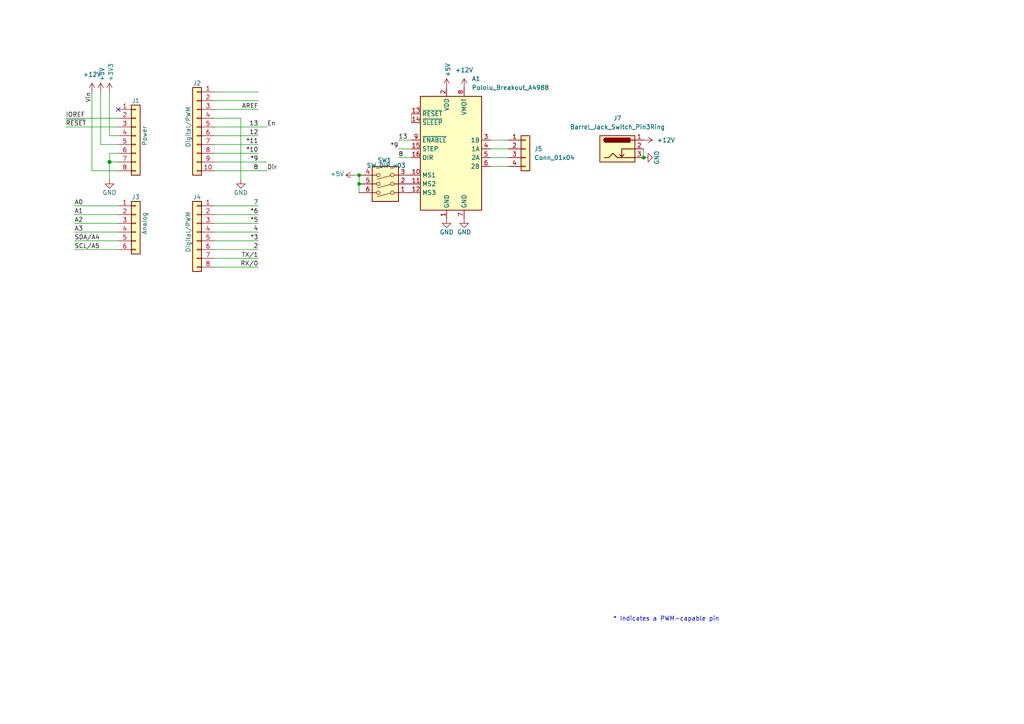
<source format=kicad_sch>
(kicad_sch (version 20231120) (generator "eeschema") (generator_version "8.0")
  (paper "A4")
  (title_block (date "mar. 31 mars 2015"))
  (lib_symbols
    (symbol "Connector:Barrel_Jack_Switch_Pin3Ring" (pin_names hide)
      (property "Reference" "J" (at 0 5.334 0))
      (property "Value" "Barrel_Jack_Switch_Pin3Ring" (at 0 -5.08 0))
      (symbol "Barrel_Jack_Switch_Pin3Ring_0_1"
        (rectangle (start -5.08 3.81) (end 5.08 -3.81) (stroke (width 0.254)) (fill (type background)))
        (arc (start -3.302 3.175) (mid -3.9343 2.54) (end -3.302 1.905) (stroke (width 0.254)))
        (arc (start -3.302 3.175) (mid -3.9343 2.54) (end -3.302 1.905) (stroke (width 0.254)) (fill (type outline)))
        (polyline (pts (xy 1.27 -2.286) (xy 1.905 -1.651)) (stroke (width 0.254)))
        (polyline (pts (xy 5.08 2.54) (xy 3.81 2.54)) (stroke (width 0.254)))
        (polyline (pts (xy 5.08 0) (xy 1.27 0) (xy 1.27 -2.286) (xy 0.635 -1.651)) (stroke (width 0.254)))
        (polyline (pts (xy -3.81 -2.54) (xy -2.54 -2.54) (xy -1.27 -1.27) (xy 0 -2.54) (xy 2.54 -2.54) (xy 5.08 -2.54)) (stroke (width 0.254)))
        (rectangle (start 3.683 3.175) (end -3.302 1.905) (stroke (width 0.254)) (fill (type outline)))
      )
      (symbol "Barrel_Jack_Switch_Pin3Ring_1_1"
        (pin passive line (at 7.62 2.54 180) (length 2.54) (name "~") (number "1"))
        (pin passive line (at 7.62 0 180) (length 2.54) (name "~") (number "2"))
        (pin passive line (at 7.62 -2.54 180) (length 2.54) (name "~") (number "3"))
      )
    )
    (symbol "Connector_Generic:Conn_01x04" (pin_names (offset 1.016) hide)
      (property "Reference" "J" (at 0 5.08 0))
      (property "Value" "Conn_01x04" (at 0 -7.62 0))
      (symbol "Conn_01x04_1_1"
        (rectangle (start -1.27 -4.953) (end 0 -5.207) (stroke (width 0.1524)))
        (rectangle (start -1.27 -2.413) (end 0 -2.667) (stroke (width 0.1524)))
        (rectangle (start -1.27 0.127) (end 0 -0.127) (stroke (width 0.1524)))
        (rectangle (start -1.27 2.667) (end 0 2.413) (stroke (width 0.1524)))
        (rectangle (start -1.27 3.81) (end 1.27 -6.35) (stroke (width 0.254)) (fill (type background)))
        (pin passive line (at -5.08 2.54 0) (length 3.81) (name "Pin_1") (number "1"))
        (pin passive line (at -5.08 0 0) (length 3.81) (name "Pin_2") (number "2"))
        (pin passive line (at -5.08 -2.54 0) (length 3.81) (name "Pin_3") (number "3"))
        (pin passive line (at -5.08 -5.08 0) (length 3.81) (name "Pin_4") (number "4"))
      )
    )
    (symbol "Connector_Generic:Conn_01x06" (pin_names (offset 1.016) hide)
      (property "Reference" "J" (at 0 7.62 0))
      (property "Value" "Conn_01x06" (at 0 -10.16 0))
      (symbol "Conn_01x06_1_1"
        (rectangle (start -1.27 -7.493) (end 0 -7.747) (stroke (width 0.1524)))
        (rectangle (start -1.27 -4.953) (end 0 -5.207) (stroke (width 0.1524)))
        (rectangle (start -1.27 -2.413) (end 0 -2.667) (stroke (width 0.1524)))
        (rectangle (start -1.27 0.127) (end 0 -0.127) (stroke (width 0.1524)))
        (rectangle (start -1.27 2.667) (end 0 2.413) (stroke (width 0.1524)))
        (rectangle (start -1.27 5.207) (end 0 4.953) (stroke (width 0.1524)))
        (rectangle (start -1.27 6.35) (end 1.27 -8.89) (stroke (width 0.254)) (fill (type background)))
        (pin passive line (at -5.08 5.08 0) (length 3.81) (name "Pin_1") (number "1"))
        (pin passive line (at -5.08 2.54 0) (length 3.81) (name "Pin_2") (number "2"))
        (pin passive line (at -5.08 0 0) (length 3.81) (name "Pin_3") (number "3"))
        (pin passive line (at -5.08 -2.54 0) (length 3.81) (name "Pin_4") (number "4"))
        (pin passive line (at -5.08 -5.08 0) (length 3.81) (name "Pin_5") (number "5"))
        (pin passive line (at -5.08 -7.62 0) (length 3.81) (name "Pin_6") (number "6"))
      )
    )
    (symbol "Connector_Generic:Conn_01x08" (pin_names (offset 1.016) hide)
      (property "Reference" "J" (at 0 10.16 0))
      (property "Value" "Conn_01x08" (at 0 -12.7 0))
      (symbol "Conn_01x08_1_1"
        (rectangle (start -1.27 -10.033) (end 0 -10.287) (stroke (width 0.1524)))
        (rectangle (start -1.27 -7.493) (end 0 -7.747) (stroke (width 0.1524)))
        (rectangle (start -1.27 -4.953) (end 0 -5.207) (stroke (width 0.1524)))
        (rectangle (start -1.27 -2.413) (end 0 -2.667) (stroke (width 0.1524)))
        (rectangle (start -1.27 0.127) (end 0 -0.127) (stroke (width 0.1524)))
        (rectangle (start -1.27 2.667) (end 0 2.413) (stroke (width 0.1524)))
        (rectangle (start -1.27 5.207) (end 0 4.953) (stroke (width 0.1524)))
        (rectangle (start -1.27 7.747) (end 0 7.493) (stroke (width 0.1524)))
        (rectangle (start -1.27 8.89) (end 1.27 -11.43) (stroke (width 0.254)) (fill (type background)))
        (pin passive line (at -5.08 7.62 0) (length 3.81) (name "Pin_1") (number "1"))
        (pin passive line (at -5.08 5.08 0) (length 3.81) (name "Pin_2") (number "2"))
        (pin passive line (at -5.08 2.54 0) (length 3.81) (name "Pin_3") (number "3"))
        (pin passive line (at -5.08 0 0) (length 3.81) (name "Pin_4") (number "4"))
        (pin passive line (at -5.08 -2.54 0) (length 3.81) (name "Pin_5") (number "5"))
        (pin passive line (at -5.08 -5.08 0) (length 3.81) (name "Pin_6") (number "6"))
        (pin passive line (at -5.08 -7.62 0) (length 3.81) (name "Pin_7") (number "7"))
        (pin passive line (at -5.08 -10.16 0) (length 3.81) (name "Pin_8") (number "8"))
      )
    )
    (symbol "Connector_Generic:Conn_01x10" (pin_names (offset 1.016) hide)
      (property "Reference" "J" (at 0 12.7 0))
      (property "Value" "Conn_01x10" (at 0 -15.24 0))
      (symbol "Conn_01x10_1_1"
        (rectangle (start -1.27 -12.573) (end 0 -12.827) (stroke (width 0.1524)))
        (rectangle (start -1.27 -10.033) (end 0 -10.287) (stroke (width 0.1524)))
        (rectangle (start -1.27 -7.493) (end 0 -7.747) (stroke (width 0.1524)))
        (rectangle (start -1.27 -4.953) (end 0 -5.207) (stroke (width 0.1524)))
        (rectangle (start -1.27 -2.413) (end 0 -2.667) (stroke (width 0.1524)))
        (rectangle (start -1.27 0.127) (end 0 -0.127) (stroke (width 0.1524)))
        (rectangle (start -1.27 2.667) (end 0 2.413) (stroke (width 0.1524)))
        (rectangle (start -1.27 5.207) (end 0 4.953) (stroke (width 0.1524)))
        (rectangle (start -1.27 7.747) (end 0 7.493) (stroke (width 0.1524)))
        (rectangle (start -1.27 10.287) (end 0 10.033) (stroke (width 0.1524)))
        (rectangle (start -1.27 11.43) (end 1.27 -13.97) (stroke (width 0.254)) (fill (type background)))
        (pin passive line (at -5.08 10.16 0) (length 3.81) (name "Pin_1") (number "1"))
        (pin passive line (at -5.08 -12.7 0) (length 3.81) (name "Pin_10") (number "10"))
        (pin passive line (at -5.08 7.62 0) (length 3.81) (name "Pin_2") (number "2"))
        (pin passive line (at -5.08 5.08 0) (length 3.81) (name "Pin_3") (number "3"))
        (pin passive line (at -5.08 2.54 0) (length 3.81) (name "Pin_4") (number "4"))
        (pin passive line (at -5.08 0 0) (length 3.81) (name "Pin_5") (number "5"))
        (pin passive line (at -5.08 -2.54 0) (length 3.81) (name "Pin_6") (number "6"))
        (pin passive line (at -5.08 -5.08 0) (length 3.81) (name "Pin_7") (number "7"))
        (pin passive line (at -5.08 -7.62 0) (length 3.81) (name "Pin_8") (number "8"))
        (pin passive line (at -5.08 -10.16 0) (length 3.81) (name "Pin_9") (number "9"))
      )
    )
    (symbol "Driver_Motor:Pololu_Breakout_A4988"
      (property "Reference" "A" (at -2.54 19.05 0))
      (property "Value" "Pololu_Breakout_A4988" (at -2.54 16.51 0))
      (symbol "Pololu_Breakout_A4988_0_1"
        (rectangle (start 10.16 -17.78) (end -7.62 15.24) (stroke (width 0.254)) (fill (type background)))
      )
      (symbol "Pololu_Breakout_A4988_1_1"
        (pin power_in line (at 0 -20.32 90) (length 2.54) (name "GND") (number "1"))
        (pin input line (at -10.16 -7.62 0) (length 2.54) (name "MS1") (number "10"))
        (pin input line (at -10.16 -10.16 0) (length 2.54) (name "MS2") (number "11"))
        (pin input line (at -10.16 -12.7 0) (length 2.54) (name "MS3") (number "12"))
        (pin input line (at -10.16 10.16 0) (length 2.54) (name "~{RESET}") (number "13"))
        (pin input line (at -10.16 7.62 0) (length 2.54) (name "~{SLEEP}") (number "14"))
        (pin input line (at -10.16 0 0) (length 2.54) (name "STEP") (number "15"))
        (pin input line (at -10.16 -2.54 0) (length 2.54) (name "DIR") (number "16"))
        (pin power_in line (at 0 17.78 270) (length 2.54) (name "VDD") (number "2"))
        (pin output line (at 12.7 2.54 180) (length 2.54) (name "1B") (number "3"))
        (pin output line (at 12.7 0 180) (length 2.54) (name "1A") (number "4"))
        (pin output line (at 12.7 -2.54 180) (length 2.54) (name "2A") (number "5"))
        (pin output line (at 12.7 -5.08 180) (length 2.54) (name "2B") (number "6"))
        (pin power_in line (at 5.08 -20.32 90) (length 2.54) (name "GND") (number "7"))
        (pin power_in line (at 5.08 17.78 270) (length 2.54) (name "VMOT") (number "8"))
        (pin input line (at -10.16 2.54 0) (length 2.54) (name "~{ENABLE}") (number "9"))
      )
    )
    (symbol "Switch:SW_DIP_x03" (pin_names (offset 0) hide)
      (property "Reference" "SW" (at 0 6.35 0))
      (property "Value" "SW_DIP_x03" (at 0 -6.35 0))
      (symbol "SW_DIP_x03_0_0"
        (circle (center -2.032 -2.54) (radius 0.508))
        (circle (center -2.032 0) (radius 0.508))
        (circle (center -2.032 2.54) (radius 0.508))
        (polyline (pts (xy -1.524 -2.413) (xy 2.3622 -1.3716)))
        (polyline (pts (xy -1.524 0.127) (xy 2.3622 1.1684)))
        (polyline (pts (xy -1.524 2.667) (xy 2.3622 3.7084)))
        (circle (center 2.032 -2.54) (radius 0.508))
        (circle (center 2.032 0) (radius 0.508))
        (circle (center 2.032 2.54) (radius 0.508))
      )
      (symbol "SW_DIP_x03_0_1"
        (rectangle (start -3.81 5.08) (end 3.81 -5.08) (stroke (width 0.254)) (fill (type background)))
      )
      (symbol "SW_DIP_x03_1_1"
        (pin passive line (at -7.62 2.54 0) (length 5.08) (name "~") (number "1"))
        (pin passive line (at -7.62 0 0) (length 5.08) (name "~") (number "2"))
        (pin passive line (at -7.62 -2.54 0) (length 5.08) (name "~") (number "3"))
        (pin passive line (at 7.62 -2.54 180) (length 5.08) (name "~") (number "4"))
        (pin passive line (at 7.62 0 180) (length 5.08) (name "~") (number "5"))
        (pin passive line (at 7.62 2.54 180) (length 5.08) (name "~") (number "6"))
      )
    )
    (symbol "power:+12V" (power) (pin_numbers hide) (pin_names (offset 0) hide)
      (property "Value" "+12V" (at 0 3.556 0))
      (symbol "+12V_0_1"
        (polyline (pts (xy -0.762 1.27) (xy 0 2.54)))
        (polyline (pts (xy 0 0) (xy 0 2.54)))
        (polyline (pts (xy 0 2.54) (xy 0.762 1.27)))
      )
      (symbol "+12V_1_1"
        (pin power_in line (at 0 0 90) (length 0) (name "~") (number "1"))
      )
    )
    (symbol "power:+3V3" (power) (pin_names (offset 0))
      (property "Value" "+3V3" (at 0 3.556 0))
      (symbol "+3V3_0_1"
        (polyline (pts (xy -0.762 1.27) (xy 0 2.54)))
        (polyline (pts (xy 0 0) (xy 0 2.54)))
        (polyline (pts (xy 0 2.54) (xy 0.762 1.27)))
      )
      (symbol "+3V3_1_1"
        (pin power_in line (at 0 0 90) (length 0) hide (name "+3V3") (number "1"))
      )
    )
    (symbol "power:+5V" (power) (pin_names (offset 0))
      (property "Value" "+5V" (at 0 3.556 0))
      (symbol "+5V_0_1"
        (polyline (pts (xy -0.762 1.27) (xy 0 2.54)))
        (polyline (pts (xy 0 0) (xy 0 2.54)))
        (polyline (pts (xy 0 2.54) (xy 0.762 1.27)))
      )
      (symbol "+5V_1_1"
        (pin power_in line (at 0 0 90) (length 0) hide (name "+5V") (number "1"))
      )
    )
    (symbol "power:GND" (power) (pin_names (offset 0))
      (property "Value" "GND" (at 0 -3.81 0))
      (symbol "GND_0_1"
        (polyline (pts (xy 0 0) (xy 0 -1.27) (xy 1.27 -1.27) (xy 0 -2.54) (xy -1.27 -1.27) (xy 0 -1.27)))
      )
      (symbol "GND_1_1"
        (pin power_in line (at 0 0 270) (length 0) hide (name "GND") (number "1"))
      )
    )
  )
  (junction (at 104.14 53.34))
  (junction (at 31.75 46.99) (diameter 1.016))
  (junction (at 104.14 50.8))
  (junction (at 186.69 45.72))
  (no_connect (at 34.29 31.75))
  (wire (pts (xy 62.23 77.47) (xy 74.93 77.47)))
  (wire (pts (xy 104.14 53.34) (xy 104.14 55.88)))
  (wire (pts (xy 62.23 44.45) (xy 74.93 44.45)))
  (wire (pts (xy 62.23 26.67) (xy 74.93 26.67)))
  (wire (pts (xy 31.75 44.45) (xy 31.75 46.99)))
  (wire (pts (xy 21.59 72.39) (xy 34.29 72.39)))
  (wire (pts (xy 115.57 45.72) (xy 119.38 45.72)))
  (wire (pts (xy 186.69 43.18) (xy 186.69 45.72)))
  (wire (pts (xy 142.24 43.18) (xy 147.32 43.18)))
  (wire (pts (xy 31.75 46.99) (xy 31.75 52.07)))
  (wire (pts (xy 102.87 50.8) (xy 104.14 50.8)))
  (wire (pts (xy 31.75 39.37) (xy 34.29 39.37)))
  (wire (pts (xy 29.21 41.91) (xy 34.29 41.91)))
  (wire (pts (xy 29.21 26.67) (xy 29.21 41.91)))
  (wire (pts (xy 62.23 36.83) (xy 77.47 36.83)))
  (wire (pts (xy 31.75 26.67) (xy 31.75 39.37)))
  (wire (pts (xy 62.23 59.69) (xy 74.93 59.69)))
  (wire (pts (xy 34.29 59.69) (xy 21.59 59.69)))
  (wire (pts (xy 62.23 39.37) (xy 74.93 39.37)))
  (wire (pts (xy 62.23 62.23) (xy 74.93 62.23)))
  (wire (pts (xy 62.23 46.99) (xy 77.47 46.99)))
  (wire (pts (xy 142.24 48.26) (xy 147.32 48.26)))
  (wire (pts (xy 115.57 43.18) (xy 119.38 43.18)))
  (wire (pts (xy 62.23 67.31) (xy 74.93 67.31)))
  (wire (pts (xy 19.05 34.29) (xy 34.29 34.29)))
  (wire (pts (xy 69.85 34.29) (xy 69.85 52.07)))
  (wire (pts (xy 62.23 31.75) (xy 74.93 31.75)))
  (wire (pts (xy 115.57 40.64) (xy 119.38 40.64)))
  (wire (pts (xy 34.29 64.77) (xy 21.59 64.77)))
  (wire (pts (xy 19.05 36.83) (xy 34.29 36.83)))
  (wire (pts (xy 34.29 46.99) (xy 31.75 46.99)))
  (wire (pts (xy 104.14 50.8) (xy 104.14 53.34)))
  (wire (pts (xy 119.38 33.02) (xy 119.38 35.56)))
  (wire (pts (xy 34.29 49.53) (xy 26.67 49.53)))
  (wire (pts (xy 21.59 62.23) (xy 34.29 62.23)))
  (wire (pts (xy 62.23 34.29) (xy 69.85 34.29)))
  (wire (pts (xy 34.29 44.45) (xy 31.75 44.45)))
  (wire (pts (xy 62.23 41.91) (xy 74.93 41.91)))
  (wire (pts (xy 142.24 45.72) (xy 147.32 45.72)))
  (wire (pts (xy 62.23 64.77) (xy 74.93 64.77)))
  (wire (pts (xy 21.59 67.31) (xy 34.29 67.31)))
  (wire (pts (xy 62.23 29.21) (xy 74.93 29.21)))
  (wire (pts (xy 62.23 72.39) (xy 74.93 72.39)))
  (wire (pts (xy 62.23 69.85) (xy 74.93 69.85)))
  (wire (pts (xy 142.24 40.64) (xy 147.32 40.64)))
  (wire (pts (xy 62.23 74.93) (xy 74.93 74.93)))
  (wire (pts (xy 26.67 49.53) (xy 26.67 26.67)))
  (wire (pts (xy 34.29 69.85) (xy 21.59 69.85)))
  (wire (pts (xy 62.23 49.53) (xy 77.47 49.53)))
  (text "* Indicates a PWM-capable pin" (at 177.8 180.34 0) (effects (font (size 1.27 1.27)) (justify left bottom)))
  (label "RX{slash}0" (at 74.93 77.47 180))
  (label "A2" (at 21.59 64.77 0))
  (label "4" (at 74.93 67.31 180))
  (label "8" (at 115.57 45.72 0))
  (label "2" (at 74.93 72.39 180))
  (label "A3" (at 21.59 67.31 0))
  (label "13" (at 74.93 36.83 180))
  (label "12" (at 74.93 39.37 180))
  (label "~{RESET}" (at 19.05 36.83 0))
  (label "*10" (at 74.93 44.45 180))
  (label "*9" (at 115.57 43.18 180))
  (label "Dir" (at 77.47 49.53 0))
  (label "7" (at 74.93 59.69 180))
  (label "8" (at 74.93 49.53 180))
  (label "*11" (at 74.93 41.91 180))
  (label "*3" (at 74.93 69.85 180))
  (label "A1" (at 21.59 62.23 0))
  (label "TX{slash}1" (at 74.93 74.93 180))
  (label "En" (at 77.47 36.83 0))
  (label "A0" (at 21.59 59.69 0))
  (label "AREF" (at 74.93 31.75 180))
  (label "Vin" (at 26.67 26.67 270))
  (label "*6" (at 74.93 62.23 180))
  (label "*9" (at 74.93 46.99 180))
  (label "*5" (at 74.93 64.77 180))
  (label "IOREF" (at 19.05 34.29 0))
  (label "SDA{slash}A4" (at 21.59 69.85 0))
  (label "SCL{slash}A5" (at 21.59 72.39 0))
  (label "13" (at 115.57 40.64 0))
  (symbol (lib_id "Connector_Generic:Conn_01x08") (at 39.37 39.37 0) (unit 1)
    (property "Reference" "J1" (at 39.37 29.21 0))
    (property "Value" "Power" (at 41.91 39.37 90))
    (property "Footprint" "Connector_PinSocket_2.54mm:PinSocket_1x08_P2.54mm_Vertical" (effects (hide yes)))
  )
  (symbol (lib_id "power:+3V3") (at 31.75 26.67 0) (unit 1)
    (property "Reference" "#PWR03" (effects (hide yes)))
    (property "Value" "+3V3" (at 32.131 23.622 90) (effects (justify left)))
  )
  (symbol (lib_id "power:+5V") (at 29.21 26.67 0) (unit 1)
    (property "Reference" "#PWR02" (effects (hide yes)))
    (property "Value" "+5V" (at 29.5656 23.622 90) (effects (justify left)))
  )
  (symbol (lib_id "power:GND") (at 31.75 52.07 0) (unit 1)
    (property "Reference" "#PWR04" (effects (hide yes)))
    (property "Value" "GND" (at 31.75 55.88 0))
  )
  (symbol (lib_id "Connector_Generic:Conn_01x10") (at 57.15 36.83 0) (mirror y) (unit 1)
    (property "Reference" "J2" (at 57.15 24.13 0))
    (property "Value" "Digital/PWM" (at 54.61 36.83 90))
    (property "Footprint" "Connector_PinSocket_2.54mm:PinSocket_1x10_P2.54mm_Vertical" (effects (hide yes)))
  )
  (symbol (lib_id "power:GND") (at 69.85 52.07 0) (unit 1)
    (property "Reference" "#PWR05" (effects (hide yes)))
    (property "Value" "GND" (at 69.85 55.88 0))
  )
  (symbol (lib_id "Connector_Generic:Conn_01x06") (at 39.37 64.77 0) (unit 1)
    (property "Reference" "J3" (at 39.37 57.15 0))
    (property "Value" "Analog" (at 41.91 64.77 90))
    (property "Footprint" "Connector_PinSocket_2.54mm:PinSocket_1x06_P2.54mm_Vertical" (effects (hide yes)))
  )
  (symbol (lib_id "Connector_Generic:Conn_01x08") (at 57.15 67.31 0) (mirror y) (unit 1)
    (property "Reference" "J4" (at 57.15 57.15 0))
    (property "Value" "Digital/PWM" (at 54.61 67.31 90))
    (property "Footprint" "Connector_PinSocket_2.54mm:PinSocket_1x08_P2.54mm_Vertical" (effects (hide yes)))
  )
  (symbol (lib_id "power:+12V") (at 26.67 26.67 0) (unit 1)
    (property "Reference" "#PWR01" (effects (hide yes)))
    (property "Value" "+12V" (at 26.67 21.59 0))
    (property "Description" "Power symbol creates a global label with name \"+12V\"" (effects (hide yes)))
  )
  (symbol (lib_id "Switch:SW_DIP_x03") (at 111.76 53.34 180) (unit 1)
    (property "Reference" "SW1" (at 111.506 46.482 0))
    (property "Value" "SW_DIP_x03" (at 112.014 48.006 0))
    (property "Footprint" "Button_Switch_SMD:SW_DIP_SPSTx03_Slide_6.7x9.18mm_W8.61mm_P2.54mm_LowProfile" (effects (hide yes)))
    (property "Description" "3x DIP Switch, Single Pole Single Throw (SPST) switch, small symbol" (effects (hide yes)))
  )
  (symbol (lib_id "power:+12V") (at 186.69 40.64 270) (unit 1)
    (property "Reference" "#PWR013" (effects (hide yes)))
    (property "Value" "+12V" (at 190.5 40.6399 90) (effects (justify left)))
    (property "Description" "Power symbol creates a global label with name \"+12V\"" (effects (hide yes)))
  )
  (symbol (lib_id "power:+5V") (at 102.87 50.8 90) (unit 1)
    (property "Reference" "#PWR06" (effects (hide yes)))
    (property "Value" "+5V" (at 99.822 50.4444 90) (effects (justify left)))
  )
  (symbol (lib_id "power:+12V") (at 134.62 25.4 0) (unit 1)
    (property "Reference" "#PWR010" (effects (hide yes)))
    (property "Value" "+12V" (at 134.62 20.32 0))
    (property "Description" "Power symbol creates a global label with name \"+12V\"" (effects (hide yes)))
  )
  (symbol (lib_id "Connector_Generic:Conn_01x04") (at 152.4 43.18 0) (unit 1)
    (property "Reference" "J5" (at 154.94 43.1799 0) (effects (justify left)))
    (property "Value" "Conn_01x04" (at 154.94 45.7199 0) (effects (justify left)))
    (property "Footprint" "Connector_PinHeader_2.54mm:PinHeader_1x04_P2.54mm_Vertical" (effects (hide yes)))
    (property "Description" "Generic connector, single row, 01x04, script generated (kicad-library-utils/schlib/autogen/connector/)" (effects (hide yes)))
  )
  (symbol (lib_id "power:GND") (at 134.62 63.5 0) (unit 1)
    (property "Reference" "#PWR08" (effects (hide yes)))
    (property "Value" "GND" (at 134.62 67.31 0))
  )
  (symbol (lib_id "Connector:Barrel_Jack_Switch_Pin3Ring") (at 179.07 43.18 0) (unit 1)
    (property "Reference" "J7" (at 179.07 34.29 0))
    (property "Value" "Barrel_Jack_Switch_Pin3Ring" (at 179.07 36.83 0))
    (property "Footprint" "Connector_BarrelJack:BarrelJack_GCT_DCJ200-10-A_Horizontal" (effects (hide yes)))
    (property "Description" "DC Barrel Jack with an internal switch" (effects (hide yes)))
  )
  (symbol (lib_id "Driver_Motor:Pololu_Breakout_A4988") (at 129.54 43.18 0) (unit 1)
    (property "Reference" "A1" (at 136.8141 22.86 0) (effects (justify left)))
    (property "Value" "Pololu_Breakout_A4988" (at 136.8141 25.4 0) (effects (justify left)))
    (property "Footprint" "Module:Pololu_Breakout-16_15.2x20.3mm" (effects (hide yes)))
    (property "Datasheet" "https://www.pololu.com/product/2980/pictures" (effects (hide yes)))
    (property "Description" "Pololu Breakout Board, Stepper Driver A4988" (effects (hide yes)))
  )
  (symbol (lib_id "power:GND") (at 129.54 63.5 0) (unit 1)
    (property "Reference" "#PWR07" (effects (hide yes)))
    (property "Value" "GND" (at 129.54 67.31 0))
  )
  (symbol (lib_id "power:+5V") (at 129.54 25.4 0) (unit 1)
    (property "Reference" "#PWR09" (effects (hide yes)))
    (property "Value" "+5V" (at 129.8956 22.352 90) (effects (justify left)))
  )
  (symbol (lib_id "power:GND") (at 186.69 45.72 90) (unit 1)
    (property "Reference" "#PWR014" (effects (hide yes)))
    (property "Value" "GND" (at 190.5 45.72 0))
  )
)
</source>
